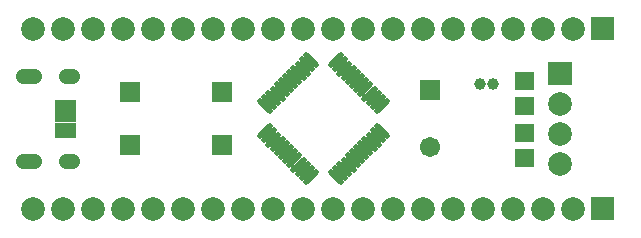
<source format=gts>
G04 Layer: TopSolderMaskLayer*
G04 EasyEDA v6.4.7, 2020-12-25T10:38:26+08:00*
G04 e43d5a52300b4474860904ef7121ae38,6a067dcc3d704d6e9d47775c98f5c0bd,10*
G04 Gerber Generator version 0.2*
G04 Scale: 100 percent, Rotated: No, Reflected: No *
G04 Dimensions in inches *
G04 leading zeros omitted , absolute positions ,2 integer and 4 decimal *
%FSLAX24Y24*%
%MOIN*%
G90*
D02*

%ADD37C,0.049339*%
%ADD38C,0.050913*%
%ADD39C,0.019811*%
%ADD41C,0.078866*%
%ADD46C,0.067055*%
%ADD47C,0.039496*%

%LPD*%
G54D37*
G01X2253Y5846D02*
G01X2037Y5846D01*
G01X2253Y3011D02*
G01X2037Y3011D01*
G54D38*
G01X966Y3011D02*
G01X608Y3011D01*
G01X966Y5846D02*
G01X608Y5846D01*
G54D39*
G01X12745Y5013D02*
G01X12411Y4679D01*
G01X12606Y5152D02*
G01X12272Y4818D01*
G01X12467Y5292D02*
G01X12133Y4958D01*
G01X12328Y5431D02*
G01X11993Y5097D01*
G01X12188Y5570D02*
G01X11854Y5236D01*
G01X12049Y5709D02*
G01X11715Y5375D01*
G01X11910Y5848D02*
G01X11576Y5514D01*
G01X11771Y5988D02*
G01X11437Y5654D01*
G01X11632Y6127D02*
G01X11298Y5793D01*
G01X11492Y6266D02*
G01X11158Y5932D01*
G01X11353Y6405D02*
G01X11019Y6071D01*
G01X11214Y6544D02*
G01X10880Y6210D01*
G01X10379Y6210D02*
G01X10045Y6544D01*
G01X10240Y6071D02*
G01X9906Y6405D01*
G01X10101Y5932D02*
G01X9766Y6266D01*
G01X9961Y5793D02*
G01X9627Y6127D01*
G01X9822Y5654D02*
G01X9488Y5988D01*
G01X9683Y5514D02*
G01X9349Y5848D01*
G01X9544Y5375D02*
G01X9210Y5709D01*
G01X9405Y5236D02*
G01X9070Y5570D01*
G01X9265Y5097D02*
G01X8931Y5431D01*
G01X9126Y4958D02*
G01X8792Y5292D01*
G01X8987Y4818D02*
G01X8653Y5152D01*
G01X8848Y4679D02*
G01X8514Y5013D01*
G01X8848Y4178D02*
G01X8514Y3844D01*
G01X8987Y4039D02*
G01X8653Y3705D01*
G01X9126Y3900D02*
G01X8792Y3566D01*
G01X9265Y3761D02*
G01X8931Y3426D01*
G01X9405Y3621D02*
G01X9070Y3287D01*
G01X9544Y3482D02*
G01X9210Y3148D01*
G01X9683Y3343D02*
G01X9349Y3009D01*
G01X9822Y3204D02*
G01X9488Y2870D01*
G01X9961Y3065D02*
G01X9627Y2730D01*
G01X10101Y2925D02*
G01X9766Y2591D01*
G01X10240Y2786D02*
G01X9906Y2452D01*
G01X10379Y2647D02*
G01X10045Y2313D01*
G01X11214Y2313D02*
G01X10880Y2647D01*
G01X11353Y2452D02*
G01X11019Y2786D01*
G01X11492Y2591D02*
G01X11158Y2925D01*
G01X11632Y2730D02*
G01X11298Y3065D01*
G01X11771Y2870D02*
G01X11437Y3204D01*
G01X11910Y3009D02*
G01X11576Y3343D01*
G01X12049Y3148D02*
G01X11715Y3482D01*
G01X12188Y3287D02*
G01X11854Y3621D01*
G01X12328Y3426D02*
G01X11993Y3761D01*
G01X12467Y3566D02*
G01X12133Y3900D01*
G01X12606Y3705D02*
G01X12272Y4039D01*
G01X12745Y3844D02*
G01X12411Y4178D01*
G36*
G01X18110Y5535D02*
G01X18110Y6323D01*
G01X18897Y6323D01*
G01X18897Y5535D01*
G01X18110Y5535D01*
G37*
G54D41*
G01X18504Y4929D03*
G01X18504Y3929D03*
G01X18504Y2929D03*
G01X932Y7429D03*
G01X1932Y7429D03*
G01X2932Y7429D03*
G01X3932Y7429D03*
G01X4932Y7429D03*
G01X5932Y7429D03*
G01X6932Y7429D03*
G01X7932Y7429D03*
G01X8932Y7429D03*
G01X9932Y7429D03*
G01X10932Y7429D03*
G01X11932Y7429D03*
G01X12932Y7429D03*
G01X13932Y7429D03*
G01X14932Y7429D03*
G01X15932Y7429D03*
G01X16932Y7429D03*
G01X17932Y7429D03*
G01X18932Y7429D03*
G36*
G01X19539Y7035D02*
G01X19539Y7823D01*
G01X20327Y7823D01*
G01X20327Y7035D01*
G01X19539Y7035D01*
G37*
G01X932Y1429D03*
G01X1932Y1429D03*
G01X2932Y1429D03*
G01X3932Y1429D03*
G01X4932Y1429D03*
G01X5932Y1429D03*
G01X6932Y1429D03*
G01X7932Y1429D03*
G01X8932Y1429D03*
G01X9932Y1429D03*
G01X10932Y1429D03*
G01X11932Y1429D03*
G01X12932Y1429D03*
G01X13932Y1429D03*
G01X14932Y1429D03*
G01X15932Y1429D03*
G01X16932Y1429D03*
G01X17932Y1429D03*
G01X18932Y1429D03*
G36*
G01X19539Y1035D02*
G01X19539Y1823D01*
G01X20327Y1823D01*
G01X20327Y1035D01*
G01X19539Y1035D01*
G37*
G36*
G01X1673Y4566D02*
G01X1673Y4803D01*
G01X2382Y4803D01*
G01X2382Y4566D01*
G01X1673Y4566D01*
G37*
G36*
G01X1673Y4310D02*
G01X1673Y4548D01*
G01X2382Y4548D01*
G01X2382Y4310D01*
G01X1673Y4310D01*
G37*
G36*
G01X1673Y4054D02*
G01X1673Y4292D01*
G01X2382Y4292D01*
G01X2382Y4054D01*
G01X1673Y4054D01*
G37*
G36*
G01X1673Y3798D02*
G01X1673Y4036D01*
G01X2382Y4036D01*
G01X2382Y3798D01*
G01X1673Y3798D01*
G37*
G36*
G01X1673Y4822D02*
G01X1673Y5059D01*
G01X2382Y5059D01*
G01X2382Y4822D01*
G01X1673Y4822D01*
G37*
G36*
G01X3832Y3203D02*
G01X3832Y3883D01*
G01X4513Y3883D01*
G01X4513Y3203D01*
G01X3832Y3203D01*
G37*
G36*
G01X6903Y3203D02*
G01X6903Y3883D01*
G01X7584Y3883D01*
G01X7584Y3203D01*
G01X6903Y3203D01*
G37*
G36*
G01X17006Y4566D02*
G01X17006Y5158D01*
G01X17638Y5158D01*
G01X17638Y4566D01*
G01X17006Y4566D01*
G37*
G36*
G01X17006Y5393D02*
G01X17006Y5985D01*
G01X17638Y5985D01*
G01X17638Y5393D01*
G01X17006Y5393D01*
G37*
G36*
G01X17006Y3661D02*
G01X17006Y4253D01*
G01X17638Y4253D01*
G01X17638Y3661D01*
G01X17006Y3661D01*
G37*
G36*
G01X17006Y2834D02*
G01X17006Y3426D01*
G01X17638Y3426D01*
G01X17638Y2834D01*
G01X17006Y2834D01*
G37*
G36*
G01X13838Y5054D02*
G01X13838Y5724D01*
G01X14509Y5724D01*
G01X14509Y5054D01*
G01X13838Y5054D01*
G37*
G54D46*
G01X14173Y3469D03*
G54D47*
G01X16279Y5590D03*
G01X15846Y5590D03*
G36*
G01X3832Y4975D02*
G01X3832Y5655D01*
G01X4513Y5655D01*
G01X4513Y4975D01*
G01X3832Y4975D01*
G37*
G36*
G01X6903Y4975D02*
G01X6903Y5655D01*
G01X7584Y5655D01*
G01X7584Y4975D01*
G01X6903Y4975D01*
G37*
M00*
M02*

</source>
